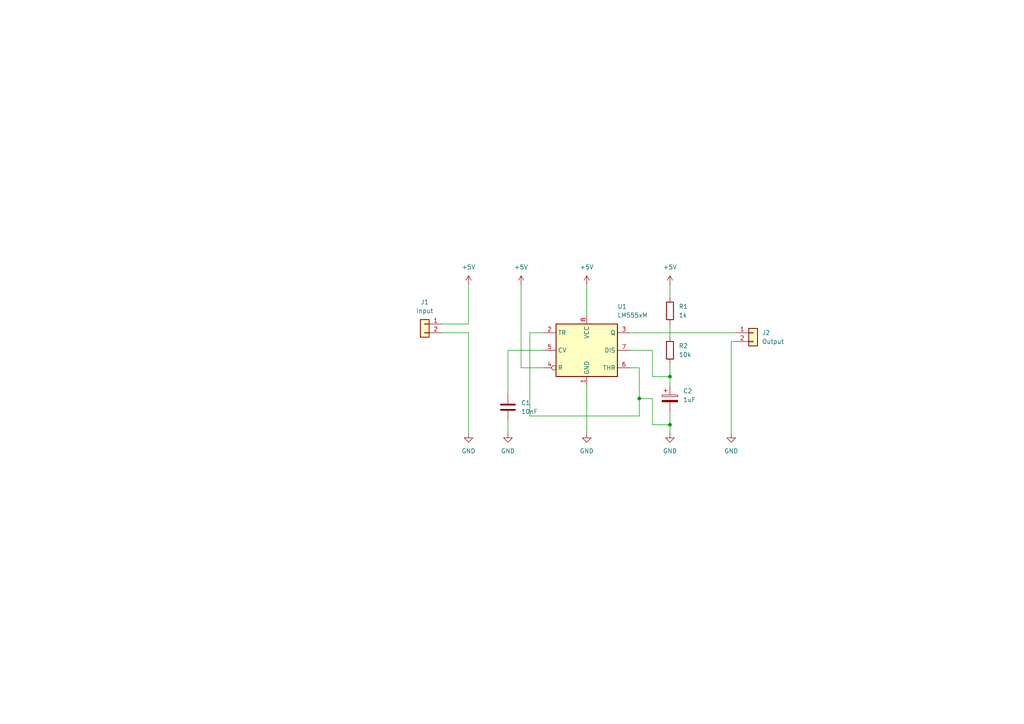
<source format=kicad_sch>
(kicad_sch (version 20211123) (generator eeschema)
  (paper "A4")
  (title_block (title "Astável_555") (date "2022-03-25") (rev "01") (company "Brynden Company") (comment 1 "Eng. Tarcísio Souza de Melo"))
  (lib_symbols
    (symbol "Connector_Generic:Conn_01x02" (pin_names (offset 1.016) hide)
      (property "Reference" "J" (at 0 2.54 0))
      (property "Value" "Conn_01x02" (at 0 -5.08 0))
      (symbol "Conn_01x02_1_1"
        (rectangle (start -1.27 -2.413) (end 0 -2.667) (stroke (width 0.1524)))
        (rectangle (start -1.27 0.127) (end 0 -0.127) (stroke (width 0.1524)))
        (rectangle (start -1.27 1.27) (end 1.27 -3.81) (stroke (width 0.254)) (fill (type background)))
        (pin passive line (at -5.08 0 0) (length 3.81) (name "Pin_1") (number "1"))
        (pin passive line (at -5.08 -2.54 0) (length 3.81) (name "Pin_2") (number "2"))
      )
    )
    (symbol "Device:C" (pin_numbers hide) (pin_names (offset 0.254))
      (property "Reference" "C" (at 0.635 2.54 0))
      (property "Value" "C" (at 0.635 -2.54 0))
      (symbol "C_0_1"
        (polyline (pts (xy -2.032 -0.762) (xy 2.032 -0.762)) (stroke (width 0.508)))
        (polyline (pts (xy -2.032 0.762) (xy 2.032 0.762)) (stroke (width 0.508)))
      )
      (symbol "C_1_1"
        (pin passive line (at 0 3.81 270) (length 2.794) (name "~") (number "1"))
        (pin passive line (at 0 -3.81 90) (length 2.794) (name "~") (number "2"))
      )
    )
    (symbol "Device:C_Polarized" (pin_numbers hide) (pin_names (offset 0.254))
      (property "Reference" "C" (at 0.635 2.54 0))
      (property "Value" "C_Polarized" (at 0.635 -2.54 0))
      (symbol "C_Polarized_0_1"
        (rectangle (start -2.286 0.508) (end 2.286 1.016))
        (polyline (pts (xy -1.778 2.286) (xy -0.762 2.286)))
        (polyline (pts (xy -1.27 2.794) (xy -1.27 1.778)))
        (rectangle (start 2.286 -0.508) (end -2.286 -1.016) (fill (type outline)))
      )
      (symbol "C_Polarized_1_1"
        (pin passive line (at 0 3.81 270) (length 2.794) (name "~") (number "1"))
        (pin passive line (at 0 -3.81 90) (length 2.794) (name "~") (number "2"))
      )
    )
    (symbol "Device:R" (pin_numbers hide) (pin_names (offset 0))
      (property "Reference" "R" (at 2.032 0 90))
      (property "Value" "R" (at 0 0 90))
      (symbol "R_0_1"
        (rectangle (start -1.016 -2.54) (end 1.016 2.54) (stroke (width 0.254)))
      )
      (symbol "R_1_1"
        (pin passive line (at 0 3.81 270) (length 1.27) (name "~") (number "1"))
        (pin passive line (at 0 -3.81 90) (length 1.27) (name "~") (number "2"))
      )
    )
    (symbol "Timer:LM555xM"
      (property "Reference" "U" (at -10.16 8.89 0))
      (property "Value" "LM555xM" (at 2.54 8.89 0))
      (symbol "LM555xM_0_0"
        (pin power_in line (at 0 -10.16 90) (length 2.54) (name "GND") (number "1"))
        (pin power_in line (at 0 10.16 270) (length 2.54) (name "VCC") (number "8"))
      )
      (symbol "LM555xM_0_1"
        (rectangle (start -8.89 -7.62) (end 8.89 7.62) (stroke (width 0.254)) (fill (type background)))
        (rectangle (start -8.89 -7.62) (end 8.89 7.62) (stroke (width 0.254)) (fill (type background)))
      )
      (symbol "LM555xM_1_1"
        (pin input line (at -12.7 5.08 0) (length 3.81) (name "TR") (number "2"))
        (pin output line (at 12.7 5.08 180) (length 3.81) (name "Q") (number "3"))
        (pin input inverted (at -12.7 -5.08 0) (length 3.81) (name "R") (number "4"))
        (pin input line (at -12.7 0 0) (length 3.81) (name "CV") (number "5"))
        (pin input line (at 12.7 -5.08 180) (length 3.81) (name "THR") (number "6"))
        (pin input line (at 12.7 0 180) (length 3.81) (name "DIS") (number "7"))
      )
    )
    (symbol "power:+5V" (power) (pin_names (offset 0))
      (property "Value" "+5V" (at 0 3.556 0))
      (symbol "+5V_0_1"
        (polyline (pts (xy -0.762 1.27) (xy 0 2.54)))
        (polyline (pts (xy 0 0) (xy 0 2.54)))
        (polyline (pts (xy 0 2.54) (xy 0.762 1.27)))
      )
      (symbol "+5V_1_1"
        (pin power_in line (at 0 0 90) (length 0) hide (name "+5V") (number "1"))
      )
    )
    (symbol "power:GND" (power) (pin_names (offset 0))
      (property "Value" "GND" (at 0 -3.81 0))
      (symbol "GND_0_1"
        (polyline (pts (xy 0 0) (xy 0 -1.27) (xy 1.27 -1.27) (xy 0 -2.54) (xy -1.27 -1.27) (xy 0 -1.27)))
      )
      (symbol "GND_1_1"
        (pin power_in line (at 0 0 270) (length 0) hide (name "GND") (number "1"))
      )
    )
  )
  (junction (at 194.31 123.19))
  (junction (at 194.31 109.22))
  (junction (at 185.42 115.57))
  (wire (pts (xy 157.48 96.52) (xy 153.67 96.52)))
  (wire (pts (xy 194.31 123.19) (xy 189.23 123.19)))
  (wire (pts (xy 153.67 96.52) (xy 153.67 120.65)))
  (wire (pts (xy 212.09 99.06) (xy 213.36 99.06)))
  (wire (pts (xy 182.88 101.6) (xy 189.23 101.6)))
  (wire (pts (xy 194.31 105.41) (xy 194.31 109.22)))
  (wire (pts (xy 153.67 120.65) (xy 185.42 120.65)))
  (wire (pts (xy 194.31 123.19) (xy 194.31 125.73)))
  (wire (pts (xy 185.42 106.68) (xy 182.88 106.68)))
  (wire (pts (xy 189.23 123.19) (xy 189.23 115.57)))
  (wire (pts (xy 128.27 93.98) (xy 135.89 93.98)))
  (wire (pts (xy 151.13 82.55) (xy 151.13 106.68)))
  (wire (pts (xy 194.31 109.22) (xy 194.31 111.76)))
  (wire (pts (xy 147.32 114.3) (xy 147.32 101.6)))
  (wire (pts (xy 151.13 106.68) (xy 157.48 106.68)))
  (wire (pts (xy 189.23 109.22) (xy 194.31 109.22)))
  (wire (pts (xy 185.42 115.57) (xy 185.42 106.68)))
  (wire (pts (xy 189.23 101.6) (xy 189.23 109.22)))
  (wire (pts (xy 185.42 115.57) (xy 189.23 115.57)))
  (wire (pts (xy 194.31 119.38) (xy 194.31 123.19)))
  (wire (pts (xy 170.18 125.73) (xy 170.18 111.76)))
  (wire (pts (xy 212.09 125.73) (xy 212.09 99.06)))
  (wire (pts (xy 185.42 120.65) (xy 185.42 115.57)))
  (wire (pts (xy 182.88 96.52) (xy 213.36 96.52)))
  (wire (pts (xy 135.89 82.55) (xy 135.89 93.98)))
  (wire (pts (xy 135.89 96.52) (xy 128.27 96.52)))
  (wire (pts (xy 147.32 121.92) (xy 147.32 125.73)))
  (wire (pts (xy 170.18 82.55) (xy 170.18 91.44)))
  (wire (pts (xy 135.89 125.73) (xy 135.89 96.52)))
  (wire (pts (xy 147.32 101.6) (xy 157.48 101.6)))
  (wire (pts (xy 194.31 82.55) (xy 194.31 86.36)))
  (wire (pts (xy 194.31 93.98) (xy 194.31 97.79)))
  (symbol (lib_id "Timer:LM555xM") (at 170.18 101.6 0) (unit 1)
    (property "Reference" "U1" (at 179.07 88.9 0) (effects (justify left)))
    (property "Value" "LM555xM" (at 179.07 91.44 0) (effects (justify left)))
    (property "Footprint" "Package_SO:SOIC-8_3.9x4.9mm_P1.27mm" (effects hide))
    (property "Datasheet" "http://www.ti.com/lit/ds/symlink/lm555.pdf" (effects hide))
  )
  (symbol (lib_id "power:GND") (at 194.31 125.73 0) (unit 1)
    (property "Reference" "#PWR08" (effects hide))
    (property "Value" "GND" (at 194.31 130.81 0))
  )
  (symbol (lib_id "power:GND") (at 147.32 125.73 0) (unit 1)
    (property "Reference" "#PWR03" (effects hide))
    (property "Value" "GND" (at 147.32 130.81 0))
  )
  (symbol (lib_id "Connector_Generic:Conn_01x02") (at 218.44 96.52 0) (unit 1)
    (property "Reference" "J2" (at 220.98 96.5199 0) (effects (justify left)))
    (property "Value" "Output" (at 220.98 99.0599 0) (effects (justify left)))
  )
  (symbol (lib_id "Device:C_Polarized") (at 194.31 115.57 0) (unit 1)
    (property "Reference" "C2" (at 198.12 113.4109 0) (effects (justify left)))
    (property "Value" "1uF" (at 198.12 115.9509 0) (effects (justify left)))
  )
  (symbol (lib_id "power:+5V") (at 170.18 82.55 0) (unit 1)
    (property "Reference" "#PWR05" (effects hide))
    (property "Value" "+5V" (at 170.18 77.47 0))
  )
  (symbol (lib_id "power:+5V") (at 135.89 82.55 0) (unit 1)
    (property "Reference" "#PWR01" (effects hide))
    (property "Value" "+5V" (at 135.89 77.47 0))
  )
  (symbol (lib_id "Device:R") (at 194.31 90.17 0) (unit 1)
    (property "Reference" "R1" (at 196.85 88.8999 0) (effects (justify left)))
    (property "Value" "1k" (at 196.85 91.4399 0) (effects (justify left)))
  )
  (symbol (lib_id "power:+5V") (at 151.13 82.55 0) (unit 1)
    (property "Reference" "#PWR04" (effects hide))
    (property "Value" "+5V" (at 151.13 77.47 0))
  )
  (symbol (lib_id "Device:R") (at 194.31 101.6 0) (unit 1)
    (property "Reference" "R2" (at 196.85 100.3299 0) (effects (justify left)))
    (property "Value" "10k" (at 196.85 102.8699 0) (effects (justify left)))
  )
  (symbol (lib_id "Device:C") (at 147.32 118.11 0) (unit 1)
    (property "Reference" "C1" (at 151.13 116.8399 0) (effects (justify left)))
    (property "Value" "10nF" (at 151.13 119.3799 0) (effects (justify left)))
  )
  (symbol (lib_id "Connector_Generic:Conn_01x02") (at 123.19 93.98 0) (mirror y) (unit 1)
    (property "Reference" "J1" (at 123.19 87.63 0))
    (property "Value" "Input" (at 123.19 90.17 0))
  )
  (symbol (lib_id "power:GND") (at 170.18 125.73 0) (unit 1)
    (property "Reference" "#PWR06" (effects hide))
    (property "Value" "GND" (at 170.18 130.81 0))
  )
  (symbol (lib_id "power:GND") (at 212.09 125.73 0) (unit 1)
    (property "Reference" "#PWR09" (effects hide))
    (property "Value" "GND" (at 212.09 130.81 0))
  )
  (symbol (lib_id "power:+5V") (at 194.31 82.55 0) (unit 1)
    (property "Reference" "#PWR07" (effects hide))
    (property "Value" "+5V" (at 194.31 77.47 0))
  )
  (symbol (lib_id "power:GND") (at 135.89 125.73 0) (unit 1)
    (property "Reference" "#PWR02" (effects hide))
    (property "Value" "GND" (at 135.89 130.81 0))
  )
)
</source>
